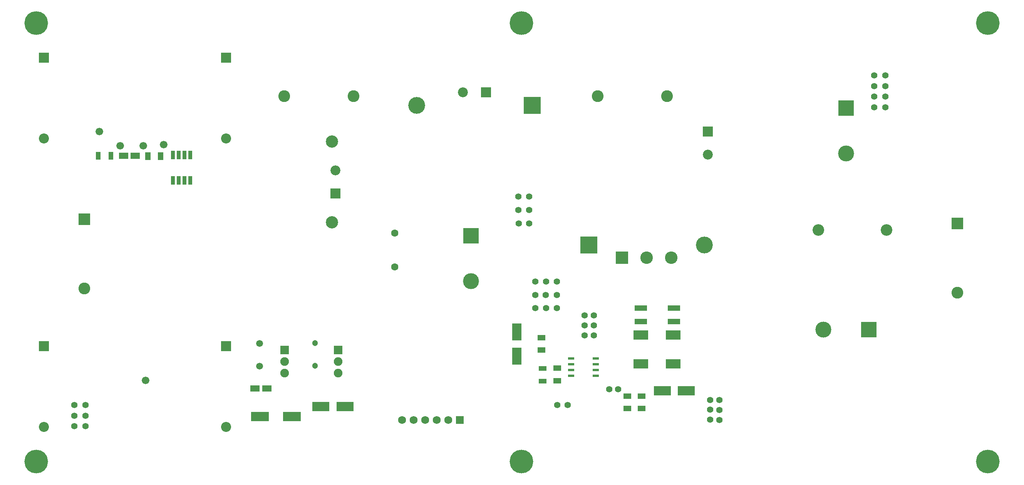
<source format=gts>
G04*
G04 #@! TF.GenerationSoftware,Altium Limited,Altium Designer,19.1.5 (86)*
G04*
G04 Layer_Color=8388736*
%FSLAX25Y25*%
%MOIN*%
G70*
G01*
G75*
%ADD17R,0.15748X0.07874*%
%ADD19R,0.06922X0.05140*%
%ADD20R,0.12598X0.07874*%
%ADD21R,0.10851X0.04547*%
%ADD22R,0.05728X0.02362*%
%ADD23R,0.06741X0.04166*%
%ADD26R,0.05136X0.07111*%
%ADD27R,0.04166X0.06741*%
%ADD28R,0.08083X0.14776*%
%ADD29R,0.08083X0.05721*%
%ADD30R,0.14776X0.08083*%
%ADD31R,0.03359X0.07690*%
%ADD32C,0.13792*%
%ADD33R,0.13792X0.13792*%
%ADD34C,0.06902*%
%ADD35R,0.06902X0.06902*%
%ADD36C,0.10249*%
%ADD37R,0.10249X0.10249*%
%ADD38C,0.08674*%
%ADD39R,0.08674X0.08674*%
%ADD40C,0.20485*%
%ADD41C,0.07493*%
%ADD42R,0.07493X0.07493*%
%ADD43C,0.10827*%
%ADD44R,0.10827X0.10827*%
%ADD45C,0.14567*%
%ADD46R,0.14567X0.14567*%
%ADD47R,0.13792X0.13792*%
%ADD48C,0.05918*%
%ADD49C,0.08595*%
%ADD50R,0.08595X0.08595*%
%ADD51R,0.08595X0.08595*%
%ADD52C,0.10642*%
%ADD53C,0.10052*%
%ADD54C,0.06312*%
%ADD55C,0.05131*%
%ADD56C,0.05524*%
%ADD57C,0.06587*%
D17*
X240354Y57087D02*
D03*
X212402D02*
D03*
D19*
X456378Y125655D02*
D03*
Y114818D02*
D03*
X469764Y88282D02*
D03*
Y99120D02*
D03*
X542835Y64148D02*
D03*
Y74986D02*
D03*
X530669Y64148D02*
D03*
Y74986D02*
D03*
D20*
X570079Y102736D02*
D03*
Y127972D02*
D03*
X542126Y127953D02*
D03*
Y102717D02*
D03*
D21*
X570827Y151114D02*
D03*
Y139495D02*
D03*
X542067Y151114D02*
D03*
Y139495D02*
D03*
D22*
X481806Y107658D02*
D03*
Y102657D02*
D03*
Y97658D02*
D03*
Y92658D02*
D03*
X503234D02*
D03*
Y97658D02*
D03*
Y102657D02*
D03*
Y107658D02*
D03*
D23*
X457283Y99004D02*
D03*
Y87768D02*
D03*
D26*
X115548Y282761D02*
D03*
X126578D02*
D03*
D27*
X83649Y283086D02*
D03*
X72413D02*
D03*
D28*
X434842Y130472D02*
D03*
Y109606D02*
D03*
D29*
X208366Y81496D02*
D03*
X218406D02*
D03*
X104547Y283209D02*
D03*
X94508D02*
D03*
D30*
X560748Y79393D02*
D03*
X581614D02*
D03*
X286221Y65748D02*
D03*
X265354D02*
D03*
D31*
X152146Y283898D02*
D03*
X147146D02*
D03*
X142146D02*
D03*
X137146D02*
D03*
X152146Y261850D02*
D03*
X147146D02*
D03*
X142146D02*
D03*
X137146D02*
D03*
D32*
X700315Y132677D02*
D03*
X395095Y174409D02*
D03*
X720000Y285157D02*
D03*
D33*
X739685Y132677D02*
D03*
D34*
X365591Y54331D02*
D03*
X355591D02*
D03*
X345590D02*
D03*
X335591D02*
D03*
X375590D02*
D03*
D35*
X385591D02*
D03*
D36*
X60630Y168347D02*
D03*
X564882Y334764D02*
D03*
X504882D02*
D03*
X293465Y334724D02*
D03*
X233465D02*
D03*
X816142Y164646D02*
D03*
D37*
X60630Y228346D02*
D03*
X816142Y224646D02*
D03*
D38*
X25591Y298076D02*
D03*
X183071Y298076D02*
D03*
Y48110D02*
D03*
X25591Y48110D02*
D03*
D39*
Y368076D02*
D03*
X183071Y368076D02*
D03*
Y118110D02*
D03*
X25591Y118110D02*
D03*
D40*
X438976Y398031D02*
D03*
X842520D02*
D03*
Y18110D02*
D03*
X438976D02*
D03*
X18898D02*
D03*
Y398031D02*
D03*
D41*
X233858Y94882D02*
D03*
Y104882D02*
D03*
X280315Y94882D02*
D03*
Y104882D02*
D03*
D42*
X233858Y114882D02*
D03*
X280315D02*
D03*
D43*
X568693Y194850D02*
D03*
X547236D02*
D03*
D44*
X525779D02*
D03*
D45*
X597244Y205906D02*
D03*
X348071Y327008D02*
D03*
D46*
X497244Y205906D02*
D03*
X448071Y327008D02*
D03*
D47*
X395095Y213779D02*
D03*
X720000Y324528D02*
D03*
D48*
X212205Y120472D02*
D03*
Y100787D02*
D03*
D49*
X388175Y338303D02*
D03*
X600197Y284291D02*
D03*
X277953Y270472D02*
D03*
D50*
X408056Y338303D02*
D03*
D51*
X600197Y304173D02*
D03*
X277953Y250590D02*
D03*
D52*
X274787Y225552D02*
D03*
Y295552D02*
D03*
D53*
X695945Y218779D02*
D03*
X755000D02*
D03*
D54*
X329134Y216339D02*
D03*
Y186811D02*
D03*
D55*
X260236Y101181D02*
D03*
Y120866D02*
D03*
D56*
X52047Y67218D02*
D03*
X61654D02*
D03*
Y57979D02*
D03*
X52047D02*
D03*
Y48740D02*
D03*
X61654D02*
D03*
X753780Y325118D02*
D03*
X744173D02*
D03*
X602362Y54370D02*
D03*
Y63032D02*
D03*
X610236Y62992D02*
D03*
Y54331D02*
D03*
Y71654D02*
D03*
X602362D02*
D03*
X493661Y144724D02*
D03*
X501535D02*
D03*
Y127402D02*
D03*
Y136063D02*
D03*
X493661Y136102D02*
D03*
Y127441D02*
D03*
X450970Y151024D02*
D03*
X469395D02*
D03*
X460183D02*
D03*
X450970Y162598D02*
D03*
X469395D02*
D03*
X459842D02*
D03*
X450970Y174173D02*
D03*
X469395D02*
D03*
X460104D02*
D03*
X445669Y224646D02*
D03*
X436457D02*
D03*
X445669Y236221D02*
D03*
X436117D02*
D03*
X445669Y247795D02*
D03*
X436378D02*
D03*
X744173Y334357D02*
D03*
X753780D02*
D03*
X478937Y67126D02*
D03*
X469803D02*
D03*
X753780Y343596D02*
D03*
X744173D02*
D03*
X753780Y352835D02*
D03*
X744173D02*
D03*
X522402Y80787D02*
D03*
X515000Y80905D02*
D03*
D57*
X113386Y88583D02*
D03*
X73622Y304330D02*
D03*
X91614Y291737D02*
D03*
X129055Y292800D02*
D03*
X111496Y291698D02*
D03*
M02*

</source>
